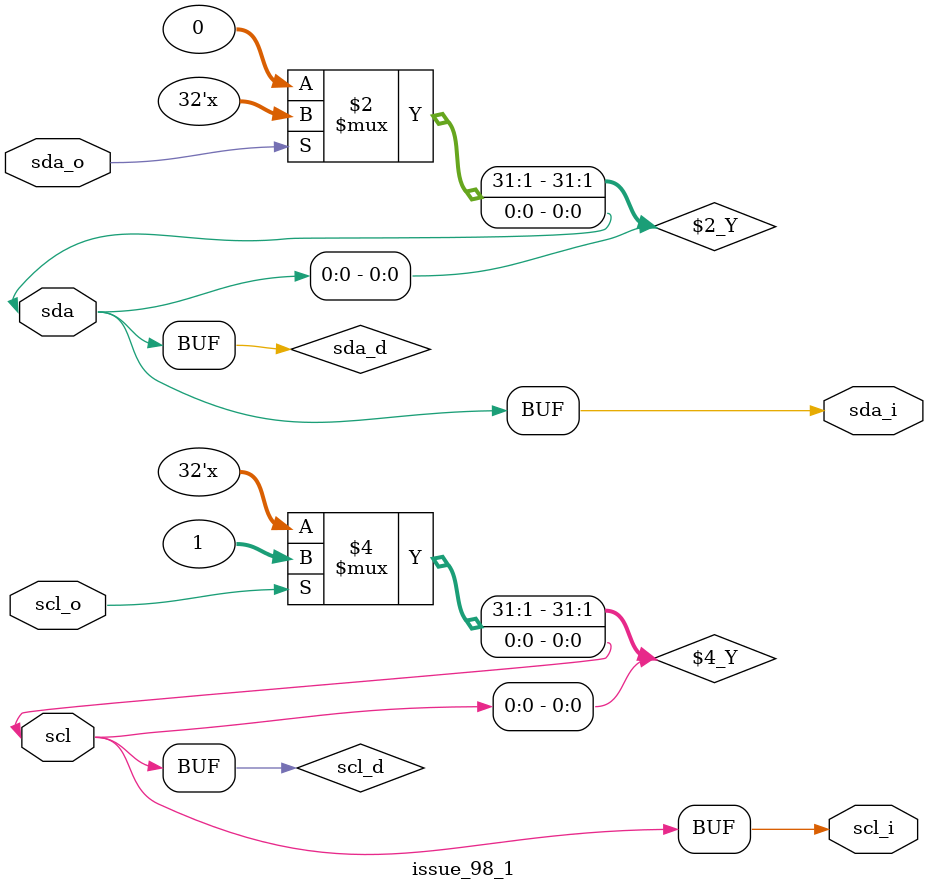
<source format=v>


`timescale 1ns/10ps

module issue_98_1 (
    sda,
    scl,
    sda_i,
    sda_o,
    scl_i,
    scl_o
);


inout sda;
wire sda;
inout scl;
wire scl;
output sda_i;
wire sda_i;
input sda_o;
output scl_i;
wire scl_i;
input scl_o;

wire scl_d;
wire sda_d;

assign sda = sda_d;
assign scl = scl_d;



assign sda_i = sda;
assign sda_d = (!sda_o) ? 0 : 'bz;
assign scl_i = scl;
assign scl_d = (!scl_o) ? 'bz : 1;

endmodule

</source>
